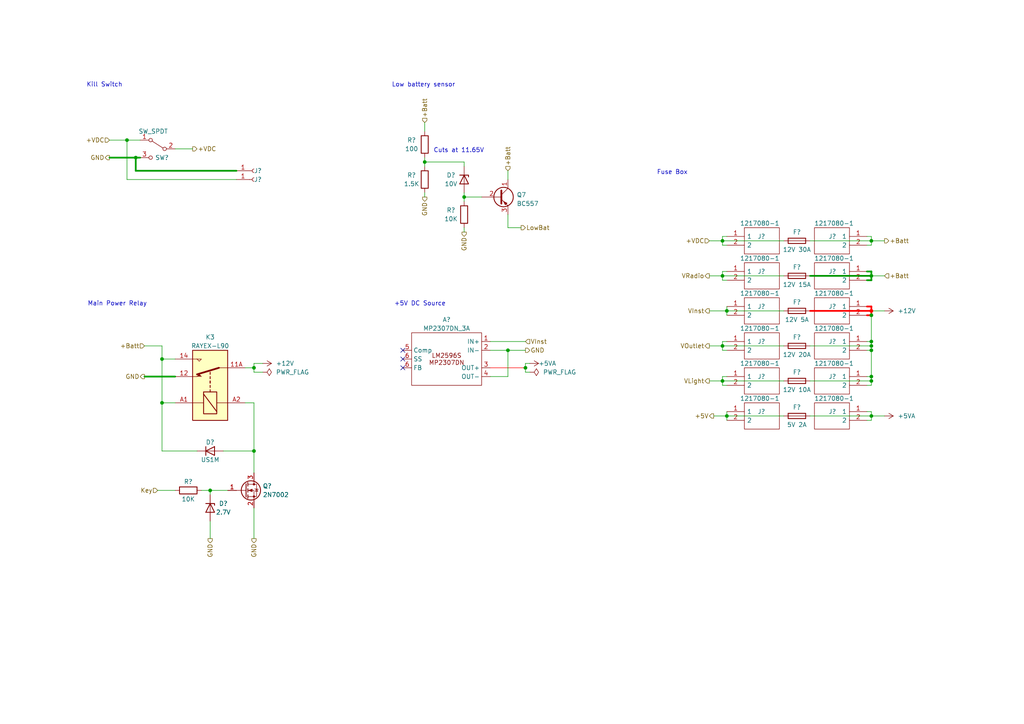
<source format=kicad_sch>
(kicad_sch (version 20230121) (generator eeschema)
  (paper "A4")
  (title_block (comment 1 "Wire gauge: 1mm² / 18AWG") (comment 3 "Labels at the cable harness are in reference to each connected component") (comment 4 "Labels are in reference to the local I/O scope boxes"))
  (lib_symbols
    (symbol "+12V_1" (power) (pin_names (offset 0))
      (property "Value" "+12V_1" (at 0 3.556 0))
      (symbol "+12V_1_0_1"
        (polyline (pts (xy -0.762 1.27) (xy 0 2.54)))
        (polyline (pts (xy 0 0) (xy 0 2.54)))
        (polyline (pts (xy 0 2.54) (xy 0.762 1.27)))
      )
      (symbol "+12V_1_1_1"
        (pin power_in line (at 0 0 90) (length 0) hide (name "+12V") (number "1"))
      )
    )
    (symbol "Connector:Conn_01x01_Socket" (pin_names (offset 1.016) hide)
      (property "Reference" "J" (at 0 2.54 0))
      (property "Value" "Conn_01x01_Socket" (at 0 -2.54 0))
      (symbol "Conn_01x01_Socket_1_1"
        (polyline (pts (xy -1.27 0) (xy -0.508 0)) (stroke (width 0.1524)))
        (arc (start 0 0.508) (mid -0.5058 0) (end 0 -0.508) (stroke (width 0.1524)))
        (pin passive line (at -5.08 0 0) (length 3.81) (name "Pin_1") (number "1"))
      )
    )
    (symbol "Device:Fuse" (pin_numbers hide) (pin_names (offset 0))
      (property "Reference" "F" (at 2.032 0 90))
      (property "Value" "Fuse" (at -1.905 0 90))
      (symbol "Fuse_0_1"
        (rectangle (start -0.762 -2.54) (end 0.762 2.54) (stroke (width 0.254)))
        (polyline (pts (xy 0 2.54) (xy 0 -2.54)))
      )
      (symbol "Fuse_1_1"
        (pin passive line (at 0 3.81 270) (length 1.27) (name "~") (number "1"))
        (pin passive line (at 0 -3.81 90) (length 1.27) (name "~") (number "2"))
      )
    )
    (symbol "Device:R" (pin_numbers hide) (pin_names (offset 0))
      (property "Reference" "R" (at 2.032 0 90))
      (property "Value" "R" (at 0 0 90))
      (symbol "R_0_1"
        (rectangle (start -1.016 -2.54) (end 1.016 2.54) (stroke (width 0.254)))
      )
      (symbol "R_1_1"
        (pin passive line (at 0 3.81 270) (length 1.27) (name "~") (number "1"))
        (pin passive line (at 0 -3.81 90) (length 1.27) (name "~") (number "2"))
      )
    )
    (symbol "Diode:BZV55C2V7" (pin_numbers hide) (pin_names hide)
      (property "Reference" "D" (at 0 2.54 0))
      (property "Value" "BZV55C2V7" (at 0 -2.54 0))
      (symbol "BZV55C2V7_0_1"
        (polyline (pts (xy 1.27 0) (xy -1.27 0)))
        (polyline (pts (xy -1.27 -1.27) (xy -1.27 1.27) (xy -0.762 1.27)) (stroke (width 0.254)))
        (polyline (pts (xy 1.27 -1.27) (xy 1.27 1.27) (xy -1.27 0) (xy 1.27 -1.27)) (stroke (width 0.254)))
      )
      (symbol "BZV55C2V7_1_1"
        (pin passive line (at -3.81 0 0) (length 2.54) (name "K") (number "1"))
        (pin passive line (at 3.81 0 180) (length 2.54) (name "A") (number "2"))
      )
    )
    (symbol "Diode:US1M" (pin_numbers hide) (pin_names hide)
      (property "Reference" "D" (at 0 2.54 0))
      (property "Value" "US1M" (at 0 -2.54 0))
      (symbol "US1M_0_1"
        (polyline (pts (xy -1.27 1.27) (xy -1.27 -1.27)) (stroke (width 0.254)))
        (polyline (pts (xy 1.27 0) (xy -1.27 0)))
        (polyline (pts (xy 1.27 1.27) (xy 1.27 -1.27) (xy -1.27 0) (xy 1.27 1.27)) (stroke (width 0.254)))
      )
      (symbol "US1M_1_1"
        (pin passive line (at -3.81 0 0) (length 2.54) (name "K") (number "1"))
        (pin passive line (at 3.81 0 180) (length 2.54) (name "A") (number "2"))
      )
    )
    (symbol "MP2307DN_3A_1" (in_bom no) (on_board no)
      (property "Reference" "A" (at -6.35 11.43 0))
      (property "Value" "MP2307DN_3A" (at -1.27 -6.35 0))
      (symbol "MP2307DN_3A_1_0_1"
        (rectangle (start -8.89 10.16) (end 11.43 -5.08))
      )
      (symbol "MP2307DN_3A_1_1_0"
        (text "LM2596S\nMP2307DN" (at 1.27 2.54 0) (effects (font (size 1.27 1.27))))
      )
      (symbol "MP2307DN_3A_1_1_1"
        (pin passive line (at 13.97 7.62 180) (length 2.54) (name "IN+") (number "1"))
        (pin passive line (at 13.97 5.08 180) (length 2.54) (name "IN-") (number "2"))
        (pin passive line (at 13.97 0 180) (length 2.54) (name "OUT+") (number "3"))
        (pin passive line (at 13.97 -2.54 180) (length 2.54) (name "OUT-") (number "4"))
        (pin passive line (at -11.43 5.08 0) (length 2.54) (name "Comp") (number "5"))
        (pin passive line (at -11.43 0 0) (length 2.54) (name "FB") (number "6"))
        (pin passive line (at -11.43 2.54 0) (length 2.54) (name "SS") (number "6"))
      )
    )
    (symbol "Relay:RAYEX-L90"
      (property "Reference" "K" (at 11.43 3.81 0))
      (property "Value" "RAYEX-L90" (at 11.43 1.27 0))
      (symbol "RAYEX-L90_1_0"
        (polyline (pts (xy 2.54 3.81) (xy 2.54 5.08)))
        (polyline (pts (xy 7.62 3.81) (xy 7.62 5.08)))
        (polyline (pts (xy 7.62 3.81) (xy 7.62 2.54) (xy 6.985 3.175) (xy 7.62 3.81)))
      )
      (symbol "RAYEX-L90_1_1"
        (rectangle (start -10.16 5.08) (end 10.16 -5.08) (stroke (width 0.254)) (fill (type background)))
        (rectangle (start -8.255 1.905) (end -1.905 -1.905) (stroke (width 0.254)))
        (polyline (pts (xy -7.62 -1.905) (xy -2.54 1.905)) (stroke (width 0.254)))
        (polyline (pts (xy -5.08 -5.08) (xy -5.08 -1.905)))
        (polyline (pts (xy -5.08 5.08) (xy -5.08 1.905)))
        (polyline (pts (xy -1.905 0) (xy -1.27 0)) (stroke (width 0.254)))
        (polyline (pts (xy -0.635 0) (xy 0 0)) (stroke (width 0.254)))
        (polyline (pts (xy 0.635 0) (xy 1.27 0)) (stroke (width 0.254)))
        (polyline (pts (xy 0.635 0) (xy 1.27 0)) (stroke (width 0.254)))
        (polyline (pts (xy 1.905 0) (xy 2.54 0)) (stroke (width 0.254)))
        (polyline (pts (xy 3.175 0) (xy 3.81 0)) (stroke (width 0.254)))
        (polyline (pts (xy 5.08 -2.54) (xy 3.175 3.81)) (stroke (width 0.508)))
        (polyline (pts (xy 5.08 -2.54) (xy 5.08 -5.08)))
        (polyline (pts (xy 2.54 2.54) (xy 3.175 3.175) (xy 2.54 3.81)) (fill (type outline)))
        (pin passive line (at 5.08 -10.16 90) (length 5.08) (name "~") (number "11A"))
        (pin passive line (at 5.08 -10.16 90) (length 5.08) hide (name "~") (number "11B"))
        (pin passive line (at 2.54 10.16 270) (length 5.08) (name "~") (number "12"))
        (pin passive line (at 7.62 10.16 270) (length 5.08) (name "~") (number "14"))
        (pin passive line (at -5.08 10.16 270) (length 5.08) (name "~") (number "A1"))
        (pin passive line (at -5.08 -10.16 90) (length 5.08) (name "~") (number "A2"))
      )
    )
    (symbol "SamacSys_Parts:1217080-1" (pin_names (offset 0.762))
      (property "Reference" "J" (at 16.51 7.62 0))
      (property "Value" "1217080-1" (at 16.51 5.08 0))
      (symbol "1217080-1_0_0"
        (pin passive line (at 0 0 0) (length 5.08) (name "1") (number "1"))
        (pin passive line (at 0 -2.54 0) (length 5.08) (name "2") (number "2"))
      )
      (symbol "1217080-1_0_1"
        (polyline (pts (xy 5.08 2.54) (xy 15.24 2.54) (xy 15.24 -5.08) (xy 5.08 -5.08) (xy 5.08 2.54)) (stroke (width 0.1524)))
      )
    )
    (symbol "Switch:SW_SPDT" (pin_names (offset 0) hide)
      (property "Reference" "SW" (at 0 4.318 0))
      (property "Value" "SW_SPDT" (at 0 -5.08 0))
      (symbol "SW_SPDT_0_0"
        (circle (center -2.032 0) (radius 0.508))
        (circle (center 2.032 -2.54) (radius 0.508))
      )
      (symbol "SW_SPDT_0_1"
        (polyline (pts (xy -1.524 0.254) (xy 1.651 2.286)))
        (circle (center 2.032 2.54) (radius 0.508))
      )
      (symbol "SW_SPDT_1_1"
        (pin passive line (at 5.08 2.54 180) (length 2.54) (name "A") (number "1"))
        (pin passive line (at -5.08 0 0) (length 2.54) (name "B") (number "2"))
        (pin passive line (at 5.08 -2.54 180) (length 2.54) (name "C") (number "3"))
      )
    )
    (symbol "Transistor_BJT:BC557" (pin_names (offset 0) hide)
      (property "Reference" "Q" (at 5.08 1.905 0))
      (property "Value" "BC557" (at 5.08 0 0))
      (symbol "BC557_0_1"
        (polyline (pts (xy 0.635 0.635) (xy 2.54 2.54)))
        (polyline (pts (xy 0.635 -0.635) (xy 2.54 -2.54) (xy 2.54 -2.54)))
        (polyline (pts (xy 0.635 1.905) (xy 0.635 -1.905) (xy 0.635 -1.905)) (stroke (width 0.508)))
        (polyline (pts (xy 2.286 -1.778) (xy 1.778 -2.286) (xy 1.27 -1.27) (xy 2.286 -1.778) (xy 2.286 -1.778)) (fill (type outline)))
        (circle (center 1.27 0) (radius 2.8194) (stroke (width 0.254)))
      )
      (symbol "BC557_1_1"
        (pin passive line (at 2.54 5.08 270) (length 2.54) (name "C") (number "1"))
        (pin input line (at -5.08 0 0) (length 5.715) (name "B") (number "2"))
        (pin passive line (at 2.54 -5.08 90) (length 2.54) (name "E") (number "3"))
      )
    )
    (symbol "Transistor_FET:2N7002" (pin_names hide)
      (property "Reference" "Q" (at 5.08 1.905 0))
      (property "Value" "2N7002" (at 5.08 0 0))
      (symbol "2N7002_0_1"
        (polyline (pts (xy 0.254 0) (xy -2.54 0)))
        (polyline (pts (xy 0.254 1.905) (xy 0.254 -1.905)) (stroke (width 0.254)))
        (polyline (pts (xy 0.762 -1.27) (xy 0.762 -2.286)) (stroke (width 0.254)))
        (polyline (pts (xy 0.762 0.508) (xy 0.762 -0.508)) (stroke (width 0.254)))
        (polyline (pts (xy 0.762 2.286) (xy 0.762 1.27)) (stroke (width 0.254)))
        (polyline (pts (xy 2.54 2.54) (xy 2.54 1.778)))
        (polyline (pts (xy 2.54 -2.54) (xy 2.54 0) (xy 0.762 0)))
        (polyline (pts (xy 0.762 -1.778) (xy 3.302 -1.778) (xy 3.302 1.778) (xy 0.762 1.778)))
        (polyline (pts (xy 1.016 0) (xy 2.032 0.381) (xy 2.032 -0.381) (xy 1.016 0)) (fill (type outline)))
        (polyline (pts (xy 2.794 0.508) (xy 2.921 0.381) (xy 3.683 0.381) (xy 3.81 0.254)))
        (polyline (pts (xy 3.302 0.381) (xy 2.921 -0.254) (xy 3.683 -0.254) (xy 3.302 0.381)))
        (circle (center 1.651 0) (radius 2.794) (stroke (width 0.254)))
        (circle (center 2.54 -1.778) (radius 0.254) (fill (type outline)))
        (circle (center 2.54 1.778) (radius 0.254) (fill (type outline)))
      )
      (symbol "2N7002_1_1"
        (pin input line (at -5.08 0 0) (length 2.54) (name "G") (number "1"))
        (pin passive line (at 2.54 -5.08 90) (length 2.54) (name "S") (number "2"))
        (pin passive line (at 2.54 5.08 270) (length 2.54) (name "D") (number "3"))
      )
    )
    (symbol "power:+5VA" (power) (pin_names (offset 0))
      (property "Value" "+5VA" (at 0 3.556 0))
      (symbol "+5VA_0_1"
        (polyline (pts (xy -0.762 1.27) (xy 0 2.54)))
        (polyline (pts (xy 0 0) (xy 0 2.54)))
        (polyline (pts (xy 0 2.54) (xy 0.762 1.27)))
      )
      (symbol "+5VA_1_1"
        (pin power_in line (at 0 0 90) (length 0) hide (name "+5VA") (number "1"))
      )
    )
    (symbol "power:PWR_FLAG" (power) (pin_numbers hide) (pin_names (offset 0) hide)
      (property "Value" "PWR_FLAG" (at 0 3.81 0))
      (symbol "PWR_FLAG_0_0"
        (pin power_out line (at 0 0 90) (length 0) (name "pwr") (number "1"))
      )
      (symbol "PWR_FLAG_0_1"
        (polyline (pts (xy 0 0) (xy 0 1.27) (xy -1.016 1.905) (xy 0 2.54) (xy 1.016 1.905) (xy 0 1.27)))
      )
    )
  )
  (junction (at 73.66 106.68))
  (junction (at 210.82 120.65))
  (junction (at 152.4 106.68))
  (junction (at 252.73 80.01))
  (junction (at 73.66 130.81))
  (junction (at 123.19 46.99))
  (junction (at 252.73 90.17) (color 255 0 0 1))
  (junction (at 39.37 45.72))
  (junction (at 252.73 101.6))
  (junction (at 209.55 80.01))
  (junction (at 252.73 120.65))
  (junction (at 252.73 99.06))
  (junction (at 46.99 104.14))
  (junction (at 252.73 69.85))
  (junction (at 209.55 100.33))
  (junction (at 252.73 110.49))
  (junction (at 210.82 90.17))
  (junction (at 209.55 69.85))
  (junction (at 252.73 100.33))
  (junction (at 134.62 57.15))
  (junction (at 60.96 142.24))
  (junction (at 252.73 109.22))
  (junction (at 209.55 110.49))
  (junction (at 46.99 116.84))
  (junction (at 252.73 91.44))
  (junction (at 36.83 40.64))
  (junction (at 147.32 101.6))
  (no_connect (at 116.84 104.14))
  (no_connect (at 116.84 106.68))
  (no_connect (at 116.84 101.6))
  (wire (pts (xy 46.99 130.81) (xy 46.99 116.84)))
  (wire (pts (xy 252.73 100.33) (xy 252.73 101.6)))
  (wire (pts (xy 252.73 101.6) (xy 252.73 109.22)))
  (wire (pts (xy 45.72 142.24) (xy 50.8 142.24)))
  (wire (pts (xy 147.32 62.23) (xy 147.32 66.04)))
  (wire (pts (xy 76.2 107.95) (xy 73.66 107.95)))
  (wire (pts (xy 209.55 111.76) (xy 210.82 111.76)))
  (wire (pts (xy 252.73 68.58) (xy 252.73 69.85)))
  (wire (pts (xy 252.73 78.74) (xy 251.46 78.74)) (stroke (width 0.5)))
  (wire (pts (xy 252.73 80.01) (xy 252.73 81.28)) (stroke (width 0.5)))
  (wire (pts (xy 227.33 120.65) (xy 210.82 120.65)))
  (wire (pts (xy 207.01 120.65) (xy 210.82 120.65)))
  (wire (pts (xy 123.19 45.72) (xy 123.19 46.99)))
  (wire (pts (xy 36.83 52.07) (xy 68.58 52.07)))
  (wire (pts (xy 64.77 130.81) (xy 73.66 130.81)))
  (wire (pts (xy 147.32 49.53) (xy 147.32 52.07)))
  (wire (pts (xy 134.62 46.99) (xy 134.62 48.26)))
  (wire (pts (xy 209.55 78.74) (xy 210.82 78.74)))
  (wire (pts (xy 60.96 143.51) (xy 60.96 142.24)))
  (wire (pts (xy 252.73 90.17) (xy 252.73 88.9)) (stroke (width 0.5) (color 255 0 0 1)))
  (wire (pts (xy 73.66 107.95) (xy 73.66 106.68)))
  (wire (pts (xy 252.73 90.17) (xy 252.73 91.44)) (stroke (width 0.5) (color 255 0 0 1)))
  (wire (pts (xy 134.62 66.04) (xy 134.62 67.31)))
  (wire (pts (xy 252.73 71.12) (xy 251.46 71.12)))
  (wire (pts (xy 209.55 101.6) (xy 210.82 101.6)))
  (wire (pts (xy 252.73 99.06) (xy 252.73 100.33)))
  (wire (pts (xy 57.15 130.81) (xy 46.99 130.81)))
  (wire (pts (xy 252.73 68.58) (xy 251.46 68.58)))
  (wire (pts (xy 134.62 46.99) (xy 123.19 46.99)))
  (wire (pts (xy 73.66 130.81) (xy 73.66 137.16)))
  (wire (pts (xy 209.55 111.76) (xy 209.55 110.49)))
  (wire (pts (xy 227.33 100.33) (xy 209.55 100.33)))
  (wire (pts (xy 252.73 109.22) (xy 252.73 110.49)))
  (wire (pts (xy 234.95 69.85) (xy 252.73 69.85)))
  (wire (pts (xy 252.73 120.65) (xy 234.95 120.65)))
  (wire (pts (xy 60.96 142.24) (xy 66.04 142.24)))
  (wire (pts (xy 39.37 49.53) (xy 39.37 45.72)) (stroke (width 0.5)))
  (wire (pts (xy 252.73 111.76) (xy 251.46 111.76)))
  (wire (pts (xy 209.55 99.06) (xy 210.82 99.06)))
  (wire (pts (xy 210.82 120.65) (xy 210.82 121.92)))
  (wire (pts (xy 142.24 99.06) (xy 152.4 99.06)))
  (wire (pts (xy 31.75 40.64) (xy 36.83 40.64)))
  (wire (pts (xy 227.33 80.01) (xy 209.55 80.01)))
  (wire (pts (xy 147.32 66.04) (xy 151.13 66.04)))
  (wire (pts (xy 252.73 80.01) (xy 252.73 78.74)) (stroke (width 0.5)))
  (wire (pts (xy 147.32 101.6) (xy 147.32 109.22)))
  (wire (pts (xy 252.73 80.01) (xy 256.54 80.01)))
  (wire (pts (xy 46.99 104.14) (xy 50.8 104.14)))
  (wire (pts (xy 252.73 109.22) (xy 251.46 109.22)))
  (wire (pts (xy 147.32 101.6) (xy 152.4 101.6)))
  (wire (pts (xy 252.73 90.17) (xy 234.95 90.17)) (stroke (width 0.5) (color 255 0 0 1)))
  (wire (pts (xy 252.73 120.65) (xy 256.54 120.65)))
  (wire (pts (xy 36.83 40.64) (xy 36.83 52.07)))
  (wire (pts (xy 142.24 106.68) (xy 152.4 106.68)) (stroke (width 0) (color 255 0 0 1)))
  (wire (pts (xy 123.19 55.88) (xy 123.19 57.15)))
  (wire (pts (xy 256.54 90.17) (xy 252.73 90.17)))
  (wire (pts (xy 73.66 147.32) (xy 73.66 156.21)))
  (wire (pts (xy 209.55 71.12) (xy 209.55 69.85)))
  (wire (pts (xy 252.73 80.01) (xy 234.95 80.01)) (stroke (width 0.5)))
  (wire (pts (xy 209.55 81.28) (xy 210.82 81.28)))
  (wire (pts (xy 142.24 109.22) (xy 147.32 109.22)))
  (wire (pts (xy 209.55 69.85) (xy 227.33 69.85)))
  (wire (pts (xy 252.73 110.49) (xy 234.95 110.49)))
  (wire (pts (xy 46.99 116.84) (xy 50.8 116.84)))
  (wire (pts (xy 209.55 100.33) (xy 209.55 99.06)))
  (wire (pts (xy 252.73 69.85) (xy 252.73 71.12)))
  (wire (pts (xy 252.73 119.38) (xy 252.73 120.65)))
  (wire (pts (xy 134.62 57.15) (xy 139.7 57.15)))
  (wire (pts (xy 71.12 116.84) (xy 73.66 116.84)))
  (wire (pts (xy 209.55 110.49) (xy 209.55 109.22)))
  (wire (pts (xy 252.73 69.85) (xy 256.54 69.85)))
  (wire (pts (xy 41.91 100.33) (xy 46.99 100.33)))
  (wire (pts (xy 50.8 43.18) (xy 55.88 43.18)))
  (wire (pts (xy 210.82 88.9) (xy 210.82 90.17)))
  (wire (pts (xy 252.73 91.44) (xy 252.73 99.06)))
  (wire (pts (xy 39.37 49.53) (xy 68.58 49.53)) (stroke (width 0.5)))
  (wire (pts (xy 252.73 119.38) (xy 251.46 119.38)))
  (wire (pts (xy 209.55 68.58) (xy 210.82 68.58)))
  (wire (pts (xy 123.19 46.99) (xy 123.19 48.26)))
  (wire (pts (xy 71.12 106.68) (xy 73.66 106.68)))
  (wire (pts (xy 31.75 45.72) (xy 39.37 45.72)) (stroke (width 0.5)))
  (wire (pts (xy 153.67 107.95) (xy 152.4 107.95)))
  (wire (pts (xy 73.66 116.84) (xy 73.66 130.81)))
  (wire (pts (xy 252.73 100.33) (xy 234.95 100.33)))
  (wire (pts (xy 205.74 69.85) (xy 209.55 69.85)))
  (wire (pts (xy 41.91 109.22) (xy 50.8 109.22)) (stroke (width 0.5)))
  (wire (pts (xy 252.73 90.17) (xy 252.73 91.44)))
  (wire (pts (xy 60.96 151.13) (xy 60.96 156.21)))
  (wire (pts (xy 205.74 90.17) (xy 210.82 90.17)))
  (wire (pts (xy 46.99 100.33) (xy 46.99 104.14)))
  (wire (pts (xy 252.73 91.44) (xy 251.46 91.44)) (stroke (width 0.5) (color 255 0 0 1)))
  (wire (pts (xy 209.55 109.22) (xy 210.82 109.22)))
  (wire (pts (xy 36.83 40.64) (xy 40.64 40.64)))
  (wire (pts (xy 252.73 88.9) (xy 251.46 88.9)) (stroke (width 0.5) (color 255 0 0 1)))
  (wire (pts (xy 58.42 142.24) (xy 60.96 142.24)))
  (wire (pts (xy 251.46 121.92) (xy 252.73 121.92)))
  (wire (pts (xy 252.73 110.49) (xy 252.73 111.76)))
  (wire (pts (xy 153.67 105.41) (xy 152.4 105.41)))
  (wire (pts (xy 209.55 78.74) (xy 209.55 80.01)))
  (wire (pts (xy 210.82 90.17) (xy 210.82 91.44)))
  (wire (pts (xy 209.55 80.01) (xy 205.74 80.01)))
  (wire (pts (xy 152.4 106.68) (xy 152.4 107.95)))
  (wire (pts (xy 227.33 110.49) (xy 209.55 110.49)))
  (wire (pts (xy 134.62 55.88) (xy 134.62 57.15)))
  (wire (pts (xy 252.73 121.92) (xy 252.73 120.65)))
  (wire (pts (xy 227.33 90.17) (xy 210.82 90.17)))
  (wire (pts (xy 142.24 101.6) (xy 147.32 101.6)))
  (wire (pts (xy 210.82 71.12) (xy 209.55 71.12)))
  (wire (pts (xy 252.73 99.06) (xy 251.46 99.06)))
  (wire (pts (xy 205.74 110.49) (xy 209.55 110.49)))
  (wire (pts (xy 46.99 104.14) (xy 46.99 116.84)))
  (wire (pts (xy 209.55 101.6) (xy 209.55 100.33)))
  (wire (pts (xy 134.62 57.15) (xy 134.62 58.42)))
  (wire (pts (xy 209.55 80.01) (xy 209.55 81.28)))
  (wire (pts (xy 39.37 45.72) (xy 40.64 45.72)) (stroke (width 0.5)))
  (wire (pts (xy 123.19 35.56) (xy 123.19 38.1)))
  (wire (pts (xy 209.55 100.33) (xy 205.74 100.33)))
  (wire (pts (xy 73.66 106.68) (xy 73.66 105.41)))
  (wire (pts (xy 252.73 81.28) (xy 251.46 81.28)) (stroke (width 0.5)))
  (wire (pts (xy 209.55 68.58) (xy 209.55 69.85)))
  (wire (pts (xy 73.66 105.41) (xy 76.2 105.41)))
  (wire (pts (xy 152.4 105.41) (xy 152.4 106.68)))
  (wire (pts (xy 252.73 101.6) (xy 251.46 101.6)))
  (wire (pts (xy 210.82 119.38) (xy 210.82 120.65)))
  (text "Low battery sensor" (at 132.08 25.4 0) (effects (font (size 1.27 1.27)) (justify right bottom)))
  (text "Main Power Relay" (at 25.4 88.9 0) (effects (font (size 1.27 1.27)) (justify left bottom)))
  (text "+5V DC Source" (at 114.3 88.9 0) (effects (font (size 1.27 1.27)) (justify left bottom)))
  (text "Cuts at 11.65V" (at 125.73 44.45 0) (effects (font (size 1.27 1.27)) (justify left bottom)))
  (text "Kill Switch" (at 35.56 25.4 0) (effects (font (size 1.27 1.27)) (justify right bottom)))
  (text "Fuse Box" (at 190.5 50.8 0) (effects (font (size 1.27 1.27)) (justify left bottom)))
  (hierarchical_label "+Batt" (shape output) (at 256.54 69.85 0))
  (hierarchical_label "GND" (shape output) (at 31.75 45.72 180))
  (hierarchical_label "+Batt" (shape input) (at 41.91 100.33 180))
  (hierarchical_label "+Batt" (shape input) (at 123.19 35.56 90))
  (hierarchical_label "+VDC" (shape output) (at 55.88 43.18 0))
  (hierarchical_label "VInst" (shape output) (at 205.74 90.17 180))
  (hierarchical_label "VRadio" (shape output) (at 205.74 80.01 180))
  (hierarchical_label "Key" (shape input) (at 45.72 142.24 180))
  (hierarchical_label "GND" (shape output) (at 73.66 156.21 270))
  (hierarchical_label "LowBat" (shape output) (at 151.13 66.04 0))
  (hierarchical_label "+VDC" (shape input) (at 205.74 69.85 180))
  (hierarchical_label "VOutlet" (shape output) (at 205.74 100.33 180))
  (hierarchical_label "+Batt" (shape input) (at 147.32 49.53 90))
  (hierarchical_label "GND" (shape output) (at 123.19 57.15 270))
  (hierarchical_label "+5V" (shape output) (at 207.01 120.65 180))
  (hierarchical_label "GND" (shape output) (at 134.62 67.31 270))
  (hierarchical_label "VLight" (shape output) (at 205.74 110.49 180))
  (hierarchical_label "VInst" (shape input) (at 152.4 99.06 0))
  (hierarchical_label "GND" (shape output) (at 152.4 101.6 0))
  (hierarchical_label "GND" (shape output) (at 60.96 156.21 270))
  (hierarchical_label "+VDC" (shape input) (at 31.75 40.64 180))
  (hierarchical_label "GND" (shape output) (at 41.91 109.22 180))
  (hierarchical_label "+Batt" (shape input) (at 256.54 80.01 0))
  (symbol (lib_id "SamacSys_Parts:1217080-1") (at 210.82 68.58 0) (unit 1)
    (property "Reference" "J?" (at 219.71 68.58 0) (effects (justify left)))
    (property "Value" "1217080-1" (at 214.63 64.77 0) (effects (justify left)))
    (property "Footprint" "1217080-1" (effects hide))
    (property "Datasheet" "http://www.te.com/commerce/DocumentDelivery/DDEController?Action=srchrtrv&DocNm=1217080&DocType=Customer+Drawing&DocLang=English" (effects hide))
    (property "Description" "Receptacle terminal, PCB, FASTON 205/250 TE Connectivity FASTON .205/.250 PCB Terminal, Female, Crimp, Tin Plating" (effects hide))
    (property "Manufacturer_Name" "TE Connectivity" (effects hide))
    (property "Manufacturer_Part_Number" "1217080-1" (effects hide))
    (property "Mouser Part Number" "571-12170801" (effects hide))
    (property "Mouser Price/Stock" "https://www.mouser.co.uk/ProductDetail/TE-Connectivity-AMP/1217080-1?qs=yW2XQG1Ii9FDkxQ9q3B8LA%3D%3D" (effects hide))
    (property "Arrow Part Number" "1217080-1" (effects hide))
    (property "Arrow Price/Stock" "https://www.arrow.com/en/products/1217080-1/te-connectivity?region=europe" (effects hide))
    (instances (project "dragstar-infotainment" (path "" (reference "J?") (unit 1)) (path "" (reference "J98") (unit 1))))
  )
  (symbol (lib_id "power:PWR_FLAG") (at 153.67 107.95 270) (unit 1)
    (property "Reference" "#FLG?" (effects hide))
    (property "Value" "PWR_FLAG" (at 157.48 107.95 90) (effects (justify left)))
    (instances (project "dragstar-infotainment" (path "" (reference "#FLG?") (unit 1)) (path "" (reference "#FLG014") (unit 1))))
  )
  (symbol (lib_id "Device:Fuse") (at 231.14 69.85 270) (mirror x) (unit 1)
    (property "Reference" "F?" (at 231.14 67.31 90))
    (property "Value" "12V 30A" (at 231.14 72.39 90))
    (instances (project "dragstar-infotainment" (path "" (reference "F?") (unit 1)) (path "" (reference "F?") (unit 1)) (path "" (reference "F1") (unit 1))))
  )
  (symbol (lib_id "Device:Fuse") (at 231.14 120.65 90) (unit 1)
    (property "Reference" "F?" (at 231.14 118.11 90))
    (property "Value" "5V 2A" (at 231.14 123.19 90))
    (instances (project "dragstar-infotainment" (path "" (reference "F?") (unit 1)) (path "" (reference "F?") (unit 1)) (path "" (reference "F6") (unit 1))))
  )
  (symbol (lib_id "Diode:US1M") (at 60.96 130.81 0) (unit 1)
    (property "Reference" "D?" (at 60.96 128.27 0))
    (property "Value" "US1M" (at 60.96 133.35 0))
    (property "Footprint" "Diode_SMD:D_SMA" (effects hide))
    (property "Datasheet" "https://www.diodes.com/assets/Datasheets/ds16008.pdf" (effects hide))
    (property "Sim.Device" "D" (effects hide))
    (property "Sim.Pins" "1=K 2=A" (effects hide))
    (property "Vendor" "Mauser" (effects hide))
    (property "Vendor Link" "https://mauser.pt/catalog/product_info.php?products_id=007-0391" (effects hide))
    (property "Vendor Ref" "007-0391" (effects hide))
    (instances (project "dragstar-infotainment" (path "" (reference "D?") (unit 1)) (path "" (reference "D24") (unit 1))))
  )
  (symbol (lib_id "SamacSys_Parts:1217080-1") (at 251.46 68.58 0) (mirror y) (unit 1)
    (property "Reference" "J?" (at 242.57 68.58 0) (effects (justify left)))
    (property "Value" "1217080-1" (at 247.65 64.77 0) (effects (justify left)))
    (property "Footprint" "1217080-1" (effects hide))
    (property "Datasheet" "http://www.te.com/commerce/DocumentDelivery/DDEController?Action=srchrtrv&DocNm=1217080&DocType=Customer+Drawing&DocLang=English" (effects hide))
    (property "Description" "Receptacle terminal, PCB, FASTON 205/250 TE Connectivity FASTON .205/.250 PCB Terminal, Female, Crimp, Tin Plating" (effects hide))
    (property "Manufacturer_Name" "TE Connectivity" (effects hide))
    (property "Manufacturer_Part_Number" "1217080-1" (effects hide))
    (property "Mouser Part Number" "571-12170801" (effects hide))
    (property "Mouser Price/Stock" "https://www.mouser.co.uk/ProductDetail/TE-Connectivity-AMP/1217080-1?qs=yW2XQG1Ii9FDkxQ9q3B8LA%3D%3D" (effects hide))
    (property "Arrow Part Number" "1217080-1" (effects hide))
    (property "Arrow Price/Stock" "https://www.arrow.com/en/products/1217080-1/te-connectivity?region=europe" (effects hide))
    (instances (project "dragstar-infotainment" (path "" (reference "J?") (unit 1)) (path "" (reference "J104") (unit 1))))
  )
  (symbol (lib_id "Transistor_BJT:BC557") (at 144.78 57.15 0) (unit 1)
    (property "Reference" "Q7" (at 149.86 56.515 0) (effects (justify left)))
    (property "Value" "BC557" (at 149.86 59.055 0) (effects (justify left)))
    (property "Footprint" "Package_TO_SOT_THT:TO-92_Inline" (effects hide))
    (property "Datasheet" "https://www.onsemi.com/pub/Collateral/BC556BTA-D.pdf" (effects hide))
  )
  (symbol (lib_id "SamacSys_Parts:1217080-1") (at 210.82 78.74 0) (unit 1)
    (property "Reference" "J?" (at 219.71 78.74 0) (effects (justify left)))
    (property "Value" "1217080-1" (at 214.63 74.93 0) (effects (justify left)))
    (property "Footprint" "1217080-1" (effects hide))
    (property "Datasheet" "http://www.te.com/commerce/DocumentDelivery/DDEController?Action=srchrtrv&DocNm=1217080&DocType=Customer+Drawing&DocLang=English" (effects hide))
    (property "Description" "Receptacle terminal, PCB, FASTON 205/250 TE Connectivity FASTON .205/.250 PCB Terminal, Female, Crimp, Tin Plating" (effects hide))
    (property "Manufacturer_Name" "TE Connectivity" (effects hide))
    (property "Manufacturer_Part_Number" "1217080-1" (effects hide))
    (property "Mouser Part Number" "571-12170801" (effects hide))
    (property "Mouser Price/Stock" "https://www.mouser.co.uk/ProductDetail/TE-Connectivity-AMP/1217080-1?qs=yW2XQG1Ii9FDkxQ9q3B8LA%3D%3D" (effects hide))
    (property "Arrow Part Number" "1217080-1" (effects hide))
    (property "Arrow Price/Stock" "https://www.arrow.com/en/products/1217080-1/te-connectivity?region=europe" (effects hide))
    (instances (project "dragstar-infotainment" (path "" (reference "J?") (unit 1)) (path "" (reference "J99") (unit 1))))
  )
  (symbol (lib_id "SamacSys_Parts:1217080-1") (at 251.46 88.9 0) (mirror y) (unit 1)
    (property "Reference" "J?" (at 242.57 88.9 0) (effects (justify left)))
    (property "Value" "1217080-1" (at 247.65 85.09 0) (effects (justify left)))
    (property "Footprint" "1217080-1" (effects hide))
    (property "Datasheet" "http://www.te.com/commerce/DocumentDelivery/DDEController?Action=srchrtrv&DocNm=1217080&DocType=Customer+Drawing&DocLang=English" (effects hide))
    (property "Description" "Receptacle terminal, PCB, FASTON 205/250 TE Connectivity FASTON .205/.250 PCB Terminal, Female, Crimp, Tin Plating" (effects hide))
    (property "Manufacturer_Name" "TE Connectivity" (effects hide))
    (property "Manufacturer_Part_Number" "1217080-1" (effects hide))
    (property "Mouser Part Number" "571-12170801" (effects hide))
    (property "Mouser Price/Stock" "https://www.mouser.co.uk/ProductDetail/TE-Connectivity-AMP/1217080-1?qs=yW2XQG1Ii9FDkxQ9q3B8LA%3D%3D" (effects hide))
    (property "Arrow Part Number" "1217080-1" (effects hide))
    (property "Arrow Price/Stock" "https://www.arrow.com/en/products/1217080-1/te-connectivity?region=europe" (effects hide))
    (instances (project "dragstar-infotainment" (path "" (reference "J?") (unit 1)) (path "" (reference "J106") (unit 1))))
  )
  (symbol (lib_id "Switch:SW_SPDT") (at 45.72 43.18 0) (mirror y) (unit 1)
    (property "Reference" "SW?" (at 46.99 45.72 0))
    (property "Value" "SW_SPDT" (at 44.45 38.1 0))
    (instances (project "dragstar-infotainment" (path "" (reference "SW?") (unit 1)) (path "" (reference "SW?") (unit 1)) (path "" (reference "SW?") (unit 1)) (path "" (reference "SW5") (unit 1))))
  )
  (symbol (lib_id "Diode:BZV55C2V7") (at 60.96 147.32 270) (unit 1)
    (property "Reference" "D?" (at 64.77 146.05 90))
    (property "Value" "2.7V" (at 64.77 148.59 90))
    (property "Footprint" "Diode_SMD:D_MiniMELF" (effects hide))
    (property "Datasheet" "https://assets.nexperia.com/documents/data-sheet/BZV55_SER.pdf" (effects hide))
    (property "Vendor" "Mauser" (effects hide))
    (property "Vendor Link" "https://mauser.pt/catalog/product_info.php?products_id=007-0002" (effects hide))
    (property "Vendor Ref" "007-0002" (effects hide))
    (instances (project "dragstar-infotainment" (path "" (reference "D?") (unit 1)) (path "" (reference "D25") (unit 1))))
  )
  (symbol (lib_id "SamacSys_Parts:1217080-1") (at 251.46 78.74 0) (mirror y) (unit 1)
    (property "Reference" "J?" (at 242.57 78.74 0) (effects (justify left)))
    (property "Value" "1217080-1" (at 247.65 74.93 0) (effects (justify left)))
    (property "Footprint" "1217080-1" (effects hide))
    (property "Datasheet" "http://www.te.com/commerce/DocumentDelivery/DDEController?Action=srchrtrv&DocNm=1217080&DocType=Customer+Drawing&DocLang=English" (effects hide))
    (property "Description" "Receptacle terminal, PCB, FASTON 205/250 TE Connectivity FASTON .205/.250 PCB Terminal, Female, Crimp, Tin Plating" (effects hide))
    (property "Manufacturer_Name" "TE Connectivity" (effects hide))
    (property "Manufacturer_Part_Number" "1217080-1" (effects hide))
    (property "Mouser Part Number" "571-12170801" (effects hide))
    (property "Mouser Price/Stock" "https://www.mouser.co.uk/ProductDetail/TE-Connectivity-AMP/1217080-1?qs=yW2XQG1Ii9FDkxQ9q3B8LA%3D%3D" (effects hide))
    (property "Arrow Part Number" "1217080-1" (effects hide))
    (property "Arrow Price/Stock" "https://www.arrow.com/en/products/1217080-1/te-connectivity?region=europe" (effects hide))
    (instances (project "dragstar-infotainment" (path "" (reference "J?") (unit 1)) (path "" (reference "J105") (unit 1))))
  )
  (symbol (lib_id "Relay:RAYEX-L90") (at 60.96 111.76 90) (unit 1)
    (property "Reference" "K3" (at 60.96 97.79 90))
    (property "Value" "RAYEX-L90" (at 60.96 100.33 90))
    (property "Footprint" "Local Footprints:Relay_SPDT_RAYEX-L90" (effects hide))
    (property "Datasheet" "https://a3.sofastcdn.com/attachment/7jioKBjnRiiSrjrjknRiwS77gwbf3zmp/L90-SERIES.pdf" (effects hide))
  )
  (symbol (lib_id "Device:Fuse") (at 231.14 100.33 90) (unit 1)
    (property "Reference" "F?" (at 231.14 97.79 90))
    (property "Value" "12V 20A" (at 231.14 102.87 90))
    (instances (project "dragstar-infotainment" (path "" (reference "F?") (unit 1)) (path "" (reference "F?") (unit 1)) (path "" (reference "F4") (unit 1))))
  )
  (symbol (lib_id "SamacSys_Parts:1217080-1") (at 210.82 109.22 0) (unit 1)
    (property "Reference" "J?" (at 219.71 109.22 0) (effects (justify left)))
    (property "Value" "1217080-1" (at 214.63 105.41 0) (effects (justify left)))
    (property "Footprint" "1217080-1" (effects hide))
    (property "Datasheet" "http://www.te.com/commerce/DocumentDelivery/DDEController?Action=srchrtrv&DocNm=1217080&DocType=Customer+Drawing&DocLang=English" (effects hide))
    (property "Description" "Receptacle terminal, PCB, FASTON 205/250 TE Connectivity FASTON .205/.250 PCB Terminal, Female, Crimp, Tin Plating" (effects hide))
    (property "Manufacturer_Name" "TE Connectivity" (effects hide))
    (property "Manufacturer_Part_Number" "1217080-1" (effects hide))
    (property "Mouser Part Number" "571-12170801" (effects hide))
    (property "Mouser Price/Stock" "https://www.mouser.co.uk/ProductDetail/TE-Connectivity-AMP/1217080-1?qs=yW2XQG1Ii9FDkxQ9q3B8LA%3D%3D" (effects hide))
    (property "Arrow Part Number" "1217080-1" (effects hide))
    (property "Arrow Price/Stock" "https://www.arrow.com/en/products/1217080-1/te-connectivity?region=europe" (effects hide))
    (instances (project "dragstar-infotainment" (path "" (reference "J?") (unit 1)) (path "" (reference "J102") (unit 1))))
  )
  (symbol (lib_id "Device:Fuse") (at 231.14 110.49 90) (unit 1)
    (property "Reference" "F?" (at 231.14 107.95 90))
    (property "Value" "12V 10A" (at 231.14 113.03 90))
    (instances (project "dragstar-infotainment" (path "" (reference "F?") (unit 1)) (path "" (reference "F?") (unit 1)) (path "" (reference "F5") (unit 1))))
  )
  (symbol (lib_id "SamacSys_Parts:1217080-1") (at 251.46 109.22 0) (mirror y) (unit 1)
    (property "Reference" "J?" (at 242.57 109.22 0) (effects (justify left)))
    (property "Value" "1217080-1" (at 247.65 105.41 0) (effects (justify left)))
    (property "Footprint" "1217080-1" (effects hide))
    (property "Datasheet" "http://www.te.com/commerce/DocumentDelivery/DDEController?Action=srchrtrv&DocNm=1217080&DocType=Customer+Drawing&DocLang=English" (effects hide))
    (property "Description" "Receptacle terminal, PCB, FASTON 205/250 TE Connectivity FASTON .205/.250 PCB Terminal, Female, Crimp, Tin Plating" (effects hide))
    (property "Manufacturer_Name" "TE Connectivity" (effects hide))
    (property "Manufacturer_Part_Number" "1217080-1" (effects hide))
    (property "Mouser Part Number" "571-12170801" (effects hide))
    (property "Mouser Price/Stock" "https://www.mouser.co.uk/ProductDetail/TE-Connectivity-AMP/1217080-1?qs=yW2XQG1Ii9FDkxQ9q3B8LA%3D%3D" (effects hide))
    (property "Arrow Part Number" "1217080-1" (effects hide))
    (property "Arrow Price/Stock" "https://www.arrow.com/en/products/1217080-1/te-connectivity?region=europe" (effects hide))
    (instances (project "dragstar-infotainment" (path "" (reference "J?") (unit 1)) (path "" (reference "J108") (unit 1))))
  )
  (symbol (lib_id "power:PWR_FLAG") (at 76.2 107.95 270) (unit 1)
    (property "Reference" "#FLG?" (effects hide))
    (property "Value" "PWR_FLAG" (at 80.01 107.95 90) (effects (justify left)))
    (instances (project "dragstar-infotainment" (path "" (reference "#FLG?") (unit 1)) (path "" (reference "#FLG013") (unit 1))))
  )
  (symbol (lib_name "MP2307DN_3A_1") (lib_id "Modules:MP2307DN_3A") (at 128.27 106.68 0) (unit 1) (in_bom no) (on_board no)
    (property "Reference" "A?" (at 129.54 92.71 0))
    (property "Value" "MP2307DN_3A" (at 129.54 95.25 0))
    (property "Datasheet" "https://mauser.pt/catalog/product_info.php?products_id=096-8732" (effects hide))
    (property "Vendor" "Mauser" (effects hide))
    (property "Vendor Ref" "096-8732" (effects hide))
    (property "Vendor Url" "https://mauser.pt/catalog/product_info.php?products_id=096-8732" (effects hide))
    (instances (project "dragstar-infotainment" (path "" (reference "A?") (unit 1)) (path "" (reference "A1") (unit 1))))
  )
  (symbol (lib_id "SamacSys_Parts:1217080-1") (at 210.82 119.38 0) (unit 1)
    (property "Reference" "J?" (at 219.71 119.38 0) (effects (justify left)))
    (property "Value" "1217080-1" (at 214.63 115.57 0) (effects (justify left)))
    (property "Footprint" "1217080-1" (effects hide))
    (property "Datasheet" "http://www.te.com/commerce/DocumentDelivery/DDEController?Action=srchrtrv&DocNm=1217080&DocType=Customer+Drawing&DocLang=English" (effects hide))
    (property "Description" "Receptacle terminal, PCB, FASTON 205/250 TE Connectivity FASTON .205/.250 PCB Terminal, Female, Crimp, Tin Plating" (effects hide))
    (property "Manufacturer_Name" "TE Connectivity" (effects hide))
    (property "Manufacturer_Part_Number" "1217080-1" (effects hide))
    (property "Mouser Part Number" "571-12170801" (effects hide))
    (property "Mouser Price/Stock" "https://www.mouser.co.uk/ProductDetail/TE-Connectivity-AMP/1217080-1?qs=yW2XQG1Ii9FDkxQ9q3B8LA%3D%3D" (effects hide))
    (property "Arrow Part Number" "1217080-1" (effects hide))
    (property "Arrow Price/Stock" "https://www.arrow.com/en/products/1217080-1/te-connectivity?region=europe" (effects hide))
    (instances (project "dragstar-infotainment" (path "" (reference "J?") (unit 1)) (path "" (reference "J103") (unit 1))))
  )
  (symbol (lib_id "Device:R") (at 123.19 52.07 180) (unit 1)
    (property "Reference" "R?" (at 119.38 50.8 0))
    (property "Value" "1.5K" (at 119.38 53.34 0))
    (property "Footprint" "Resistor_SMD:R_1206_3216Metric_Pad1.30x1.75mm_HandSolder" (effects hide))
    (property "Datasheet" "https://mauser.pt/catalog/product_info.php?products_id=104-7556" (effects hide))
    (property "Power" "0.5W" (effects hide))
    (property "Tolerance" " ±5%" (effects hide))
    (property "Vendor" "Mauser" (effects hide))
    (property "Vendor Link" "https://mauser.pt/catalog/product_info.php?products_id=104-7556" (effects hide))
    (property "Vendor Ref" "104-7556" (effects hide))
    (instances (project "dragstar-infotainment" (path "" (reference "R?") (unit 1)) (path "" (reference "R?") (unit 1)) (path "" (reference "R20") (unit 1))))
  )
  (symbol (lib_id "Device:R") (at 134.62 62.23 180) (unit 1)
    (property "Reference" "R?" (at 130.81 60.96 0))
    (property "Value" "10K" (at 130.81 63.5 0))
    (property "Footprint" "Resistor_SMD:R_1206_3216Metric_Pad1.30x1.75mm_HandSolder" (effects hide))
    (property "Datasheet" "https://mauser.pt/catalog/product_info.php?products_id=104-7556" (effects hide))
    (property "Power" "0.5W" (effects hide))
    (property "Tolerance" " ±5%" (effects hide))
    (property "Vendor" "Mauser" (effects hide))
    (property "Vendor Link" "https://mauser.pt/catalog/product_info.php?products_id=104-7556" (effects hide))
    (property "Vendor Ref" "104-7556" (effects hide))
    (instances (project "dragstar-infotainment" (path "" (reference "R?") (unit 1)) (path "" (reference "R?") (unit 1)) (path "" (reference "R21") (unit 1))))
  )
  (symbol (lib_id "Transistor_FET:2N7002") (at 71.12 142.24 0) (unit 1)
    (property "Reference" "Q?" (at 76.2 140.97 0) (effects (justify left)))
    (property "Value" "2N7002" (at 76.2 143.51 0) (effects (justify left)))
    (property "Footprint" "Package_TO_SOT_SMD:SOT-23" (effects hide))
    (property "Datasheet" "https://www.onsemi.com/pub/Collateral/NDS7002A-D.PDF" (effects hide))
    (property "Vendor" "Mauser" (effects hide))
    (property "Vendor Link" "https://mauser.pt/catalog/product_info.php?products_id=002-0283" (effects hide))
    (property "Vendor Ref" "002-0283" (effects hide))
    (instances (project "dragstar-infotainment" (path "" (reference "Q?") (unit 1)) (path "" (reference "Q6") (unit 1))))
  )
  (symbol (lib_id "power:+5VA") (at 153.67 105.41 270) (unit 1)
    (property "Reference" "#PWR?" (effects hide))
    (property "Value" "+5VA" (at 158.75 105.41 90))
    (instances (project "dragstar-infotainment" (path "" (reference "#PWR?") (unit 1)) (path "" (reference "#PWR0115") (unit 1))))
  )
  (symbol (lib_id "SamacSys_Parts:1217080-1") (at 251.46 99.06 0) (mirror y) (unit 1)
    (property "Reference" "J?" (at 242.57 99.06 0) (effects (justify left)))
    (property "Value" "1217080-1" (at 247.65 95.25 0) (effects (justify left)))
    (property "Footprint" "1217080-1" (effects hide))
    (property "Datasheet" "http://www.te.com/commerce/DocumentDelivery/DDEController?Action=srchrtrv&DocNm=1217080&DocType=Customer+Drawing&DocLang=English" (effects hide))
    (property "Description" "Receptacle terminal, PCB, FASTON 205/250 TE Connectivity FASTON .205/.250 PCB Terminal, Female, Crimp, Tin Plating" (effects hide))
    (property "Manufacturer_Name" "TE Connectivity" (effects hide))
    (property "Manufacturer_Part_Number" "1217080-1" (effects hide))
    (property "Mouser Part Number" "571-12170801" (effects hide))
    (property "Mouser Price/Stock" "https://www.mouser.co.uk/ProductDetail/TE-Connectivity-AMP/1217080-1?qs=yW2XQG1Ii9FDkxQ9q3B8LA%3D%3D" (effects hide))
    (property "Arrow Part Number" "1217080-1" (effects hide))
    (property "Arrow Price/Stock" "https://www.arrow.com/en/products/1217080-1/te-connectivity?region=europe" (effects hide))
    (instances (project "dragstar-infotainment" (path "" (reference "J?") (unit 1)) (path "" (reference "J107") (unit 1))))
  )
  (symbol (lib_id "Connector:Conn_01x01_Socket") (at 73.66 49.53 0) (unit 1)
    (property "Reference" "J?" (at 73.66 49.53 0) (effects (justify left)))
    (property "Value" "Conn_01x01_Socket" (effects hide))
    (property "Footprint" "Connector_Pin:Pin_D1.0mm_L10.0mm" (effects hide))
    (instances (project "dragstar-infotainment" (path "" (reference "J?") (unit 1)) (path "" (reference "J96") (unit 1))))
  )
  (symbol (lib_id "SamacSys_Parts:1217080-1") (at 251.46 119.38 0) (mirror y) (unit 1)
    (property "Reference" "J?" (at 242.57 119.38 0) (effects (justify left)))
    (property "Value" "1217080-1" (at 247.65 115.57 0) (effects (justify left)))
    (property "Footprint" "1217080-1" (effects hide))
    (property "Datasheet" "http://www.te.com/commerce/DocumentDelivery/DDEController?Action=srchrtrv&DocNm=1217080&DocType=Customer+Drawing&DocLang=English" (effects hide))
    (property "Description" "Receptacle terminal, PCB, FASTON 205/250 TE Connectivity FASTON .205/.250 PCB Terminal, Female, Crimp, Tin Plating" (effects hide))
    (property "Manufacturer_Name" "TE Connectivity" (effects hide))
    (property "Manufacturer_Part_Number" "1217080-1" (effects hide))
    (property "Mouser Part Number" "571-12170801" (effects hide))
    (property "Mouser Price/Stock" "https://www.mouser.co.uk/ProductDetail/TE-Connectivity-AMP/1217080-1?qs=yW2XQG1Ii9FDkxQ9q3B8LA%3D%3D" (effects hide))
    (property "Arrow Part Number" "1217080-1" (effects hide))
    (property "Arrow Price/Stock" "https://www.arrow.com/en/products/1217080-1/te-connectivity?region=europe" (effects hide))
    (instances (project "dragstar-infotainment" (path "" (reference "J?") (unit 1)) (path "" (reference "J109") (unit 1))))
  )
  (symbol (lib_name "+12V_1") (lib_id "power:+12V") (at 256.54 90.17 270) (mirror x) (unit 1)
    (property "Reference" "#PWR?" (effects hide))
    (property "Value" "+12V" (at 260.35 90.17 90) (effects (justify left)))
    (instances (project "dragstar-infotainment" (path "" (reference "#PWR?") (unit 1)) (path "" (reference "#PWR?") (unit 1)) (path "" (reference "#PWR0116") (unit 1))))
  )
  (symbol (lib_id "Diode:BZV55C2V7") (at 134.62 52.07 270) (unit 1)
    (property "Reference" "D?" (at 130.81 50.8 90))
    (property "Value" "10V" (at 130.81 53.34 90))
    (property "Footprint" "Diode_SMD:D_MiniMELF" (effects hide))
    (property "Datasheet" "https://assets.nexperia.com/documents/data-sheet/BZV55_SER.pdf" (effects hide))
    (property "Vendor" "Mauser" (effects hide))
    (property "Vendor Link" "https://mauser.pt/catalog/product_info.php?products_id=007-0002" (effects hide))
    (property "Vendor Ref" "007-0002" (effects hide))
    (instances (project "dragstar-infotainment" (path "" (reference "D?") (unit 1)) (path "" (reference "D26") (unit 1))))
  )
  (symbol (lib_id "Device:R") (at 54.61 142.24 90) (unit 1)
    (property "Reference" "R?" (at 54.61 139.7 90))
    (property "Value" "10K" (at 54.61 144.78 90))
    (property "Footprint" "Resistor_SMD:R_1206_3216Metric_Pad1.30x1.75mm_HandSolder" (effects hide))
    (property "Datasheet" "https://mauser.pt/catalog/product_info.php?products_id=104-7556" (effects hide))
    (property "Power" "0.5W" (effects hide))
    (property "Tolerance" " ±5%" (effects hide))
    (property "Vendor" "Mauser" (effects hide))
    (property "Vendor Link" "https://mauser.pt/catalog/product_info.php?products_id=104-7556" (effects hide))
    (property "Vendor Ref" "104-7556" (effects hide))
    (instances (project "dragstar-infotainment" (path "" (reference "R?") (unit 1)) (path "" (reference "R?") (unit 1)) (path "" (reference "R18") (unit 1))))
  )
  (symbol (lib_id "SamacSys_Parts:1217080-1") (at 210.82 99.06 0) (unit 1)
    (property "Reference" "J?" (at 219.71 99.06 0) (effects (justify left)))
    (property "Value" "1217080-1" (at 214.63 95.25 0) (effects (justify left)))
    (property "Footprint" "1217080-1" (effects hide))
    (property "Datasheet" "http://www.te.com/commerce/DocumentDelivery/DDEController?Action=srchrtrv&DocNm=1217080&DocType=Customer+Drawing&DocLang=English" (effects hide))
    (property "Description" "Receptacle terminal, PCB, FASTON 205/250 TE Connectivity FASTON .205/.250 PCB Terminal, Female, Crimp, Tin Plating" (effects hide))
    (property "Manufacturer_Name" "TE Connectivity" (effects hide))
    (property "Manufacturer_Part_Number" "1217080-1" (effects hide))
    (property "Mouser Part Number" "571-12170801" (effects hide))
    (property "Mouser Price/Stock" "https://www.mouser.co.uk/ProductDetail/TE-Connectivity-AMP/1217080-1?qs=yW2XQG1Ii9FDkxQ9q3B8LA%3D%3D" (effects hide))
    (property "Arrow Part Number" "1217080-1" (effects hide))
    (property "Arrow Price/Stock" "https://www.arrow.com/en/products/1217080-1/te-connectivity?region=europe" (effects hide))
    (instances (project "dragstar-infotainment" (path "" (reference "J?") (unit 1)) (path "" (reference "J101") (unit 1))))
  )
  (symbol (lib_id "Connector:Conn_01x01_Socket") (at 73.66 52.07 0) (unit 1)
    (property "Reference" "J?" (at 73.66 52.07 0) (effects (justify left)))
    (property "Value" "Conn_01x01_Socket" (effects hide))
    (property "Footprint" "Connector_Pin:Pin_D1.0mm_L10.0mm" (effects hide))
    (instances (project "dragstar-infotainment" (path "" (reference "J?") (unit 1)) (path "" (reference "J97") (unit 1))))
  )
  (symbol (lib_id "Device:R") (at 123.19 41.91 180) (unit 1)
    (property "Reference" "R?" (at 119.38 40.64 0))
    (property "Value" "100" (at 119.38 43.18 0))
    (property "Footprint" "Resistor_SMD:R_1206_3216Metric_Pad1.30x1.75mm_HandSolder" (effects hide))
    (property "Datasheet" "https://mauser.pt/catalog/product_info.php?products_id=104-7556" (effects hide))
    (property "Power" "0.5W" (effects hide))
    (property "Tolerance" " ±5%" (effects hide))
    (property "Vendor" "Mauser" (effects hide))
    (property "Vendor Link" "https://mauser.pt/catalog/product_info.php?products_id=104-7556" (effects hide))
    (property "Vendor Ref" "104-7556" (effects hide))
    (instances (project "dragstar-infotainment" (path "" (reference "R?") (unit 1)) (path "" (reference "R?") (unit 1)) (path "" (reference "R19") (unit 1))))
  )
  (symbol (lib_id "SamacSys_Parts:1217080-1") (at 210.82 88.9 0) (unit 1)
    (property "Reference" "J?" (at 219.71 88.9 0) (effects (justify left)))
    (property "Value" "1217080-1" (at 214.63 85.09 0) (effects (justify left)))
    (property "Footprint" "1217080-1" (effects hide))
    (property "Datasheet" "http://www.te.com/commerce/DocumentDelivery/DDEController?Action=srchrtrv&DocNm=1217080&DocType=Customer+Drawing&DocLang=English" (effects hide))
    (property "Description" "Receptacle terminal, PCB, FASTON 205/250 TE Connectivity FASTON .205/.250 PCB Terminal, Female, Crimp, Tin Plating" (effects hide))
    (property "Manufacturer_Name" "TE Connectivity" (effects hide))
    (property "Manufacturer_Part_Number" "1217080-1" (effects hide))
    (property "Mouser Part Number" "571-12170801" (effects hide))
    (property "Mouser Price/Stock" "https://www.mouser.co.uk/ProductDetail/TE-Connectivity-AMP/1217080-1?qs=yW2XQG1Ii9FDkxQ9q3B8LA%3D%3D" (effects hide))
    (property "Arrow Part Number" "1217080-1" (effects hide))
    (property "Arrow Price/Stock" "https://www.arrow.com/en/products/1217080-1/te-connectivity?region=europe" (effects hide))
    (instances (project "dragstar-infotainment" (path "" (reference "J?") (unit 1)) (path "" (reference "J100") (unit 1))))
  )
  (symbol (lib_name "+12V_1") (lib_id "power:+12V") (at 76.2 105.41 270) (unit 1)
    (property "Reference" "#PWR?" (effects hide))
    (property "Value" "+12V" (at 80.01 105.41 90) (effects (justify left)))
    (instances (project "dragstar-infotainment" (path "" (reference "#PWR?") (unit 1)) (path "" (reference "#PWR?") (unit 1)) (path "" (reference "#PWR0114") (unit 1))))
  )
  (symbol (lib_id "power:+5VA") (at 256.54 120.65 270) (mirror x) (unit 1)
    (property "Reference" "#PWR?" (effects hide))
    (property "Value" "+5VA" (at 260.35 120.65 90) (effects (justify left)))
    (instances (project "dragstar-infotainment" (path "" (reference "#PWR?") (unit 1)) (path "" (reference "#PWR0117") (unit 1))))
  )
  (symbol (lib_id "Device:Fuse") (at 231.14 90.17 270) (unit 1)
    (property "Reference" "F?" (at 231.14 87.63 90))
    (property "Value" "12V 5A" (at 231.14 92.71 90))
    (instances (project "dragstar-infotainment" (path "" (reference "F?") (unit 1)) (path "" (reference "F?") (unit 1)) (path "" (reference "F3") (unit 1))))
  )
  (symbol (lib_id "Device:Fuse") (at 231.14 80.01 270) (unit 1)
    (property "Reference" "F?" (at 231.14 77.47 90))
    (property "Value" "12V 15A" (at 231.14 82.55 90))
    (instances (project "dragstar-infotainment" (path "" (reference "F?") (unit 1)) (path "" (reference "F?") (unit 1)) (path "" (reference "F2") (unit 1))))
  )
)
</source>
